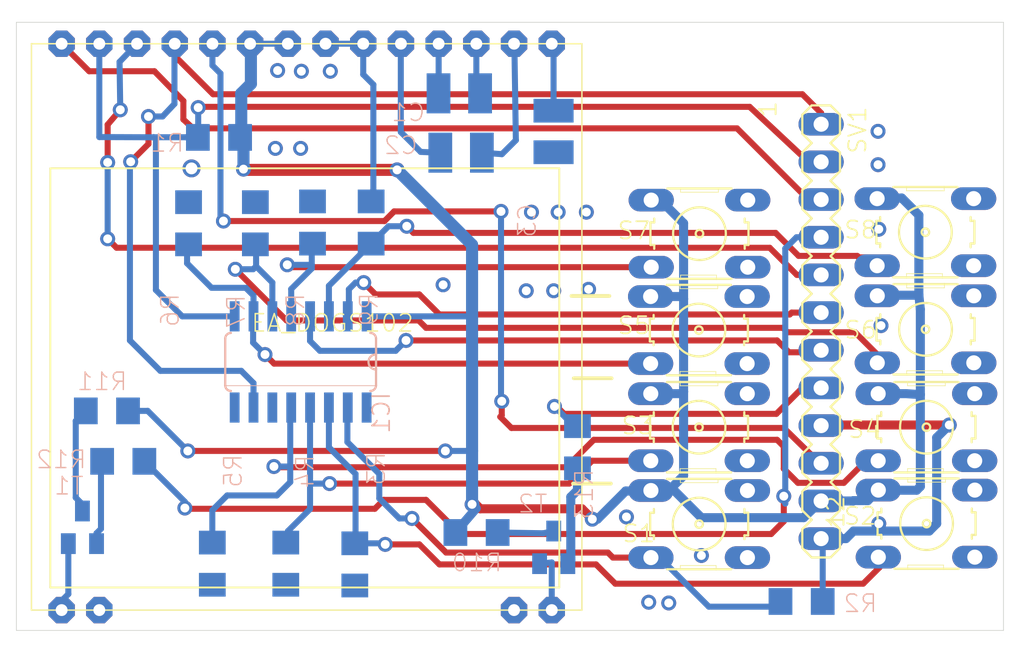
<source format=kicad_pcb>
(kicad_pcb (version 20221018) (generator pcbnew)
  (layers (0 "F.Cu" signal) (31 "B.Cu" signal) (34 "B.Paste" user) (35 "F.Paste" user) (36 "B.SilkS" user "B.Silkscreen") (37 "F.SilkS" user "F.Silkscreen") (38 "B.Mask" user) (39 "F.Mask" user) (44 "Edge.Cuts" user))
  (net 0 "")
  (net 1 "GND")
  (net 2 "N$2")
  (net 3 "N$3")
  (net 4 "N$4")
  (net 5 "N$5")
  (net 6 "N$6")
  (net 7 "+3V3")
  (net 8 "SCK")
  (net 9 "MOSI")
  (net 10 "MISO")
  (net 11 "N$1")
  (net 12 "N$7")
  (net 13 "N$8")
  (net 14 "N$9")
  (net 15 "N$10")
  (net 16 "N$11")
  (net 17 "N$12")
  (net 18 "N$13")
  (net 19 "N$14")
  (net 20 "N$16")
  (net 21 "N$17")
  (net 22 "N$18")
  (net 23 "N$19")
  (net 24 "N$21")
  (net 25 "N$22")
  (net 26 "N$23")
  (net 27 "N$24")
  (net 28 "N$25")
  (net 29 "N$26")
  (net 30 "RESET")
  (footprint "led-taster_4te_v0.01:B3F-10XX" (layer "F.Cu") (at 176.4911 98.6536)
    (fp_text reference "S8")
    (fp_text value "")
  )
  (footprint "led-taster_4te_v0.01:B3F-10XX" (layer "F.Cu") (at 161.2711 98.7536)
    (fp_text reference "S7")
    (fp_text value "")
  )
  (footprint "led-taster_4te_v0.01:B3F-10XX" (layer "F.Cu") (at 176.5011 105.2036)
    (fp_text reference "S6")
    (fp_text value "")
  )
  (footprint "led-taster_4te_v0.01:B3F-10XX" (layer "F.Cu") (at 176.5711 118.3036)
    (fp_text reference "S2")
    (fp_text value "")
  )
  (footprint "led-taster_4te_v0.01:B3F-10XX" (layer "F.Cu") (at 161.2311 105.2536)
    (fp_text reference "S5")
    (fp_text value "")
  )
  (footprint "led-taster_4te_v0.01:DOGS102" (layer "F.Cu") (at 116.2671 125.1496)
    (fp_text reference "EA_DOGS102")
    (fp_text value "" hide)
  )
  (footprint "led-taster_4te_v0.01:MA12-1" (layer "F.Cu") (at 169.4671 105.3456 -90)
    (fp_text reference "SV1")
    (fp_text value "")
  )
  (footprint "led-taster_4te_v0.01:B3F-10XX" (layer "F.Cu") (at 176.5611 111.8036)
    (fp_text reference "S4")
    (fp_text value "")
  )
  (footprint "led-taster_4te_v0.01:B3F-10XX" (layer "F.Cu") (at 161.2511 118.3336)
    (fp_text reference "S1")
    (fp_text value "")
  )
  (footprint "led-taster_4te_v0.01:B3F-10XX" (layer "F.Cu") (at 161.2411 111.8036)
    (fp_text reference "S3")
    (fp_text value "")
  )
  (footprint "led-taster_4te_v0.01:R1206" (layer "B.Cu") (at 122.4511 114.1036)
    (fp_text reference "R12")
    (fp_text value "1k")
  )
  (footprint "led-taster_4te_v0.01:SOT23" (layer "B.Cu") (at 151.4511 119.9036 180)
    (fp_text reference "T2")
    (fp_text value "BC847")
  )
  (footprint "led-taster_4te_v0.01:R1206" (layer "B.Cu") (at 135.2011 98.0036 90)
    (fp_text reference "R8")
    (fp_text value "10k")
  )
  (footprint "led-taster_4te_v0.01:C1210" (layer "B.Cu") (at 151.4411 91.8636 90)
    (fp_text reference "C3")
    (fp_text value "1µ")
  )
  (footprint "led-taster_4te_v0.01:SOT23" (layer "B.Cu") (at 119.7011 118.5536 180)
    (fp_text reference "T1")
    (fp_text value "BC847")
  )
  (footprint "led-taster_4te_v0.01:R1206" (layer "B.Cu") (at 168.1511 123.5536)
    (fp_text reference "R2")
    (fp_text value "10k")
  )
  (footprint "led-taster_4te_v0.01:C1210" (layer "B.Cu") (at 145.2111 93.2936 180)
    (fp_text reference "C2")
    (fp_text value "1µ")
  )
  (footprint "led-taster_4te_v0.01:R1206" (layer "B.Cu") (at 138.0511 121.0536 -90)
    (fp_text reference "R3")
    (fp_text value "10k")
  )
  (footprint "led-taster_4te_v0.01:SO16" (layer "B.Cu") (at 134.4011 107.4036 180)
    (fp_text reference "IC1")
    (fp_text value "74HC166D")
  )
  (footprint "led-taster_4te_v0.01:R1206" (layer "B.Cu") (at 121.3511 110.7036 180)
    (fp_text reference "R11")
    (fp_text value "")
  )
  (footprint "led-taster_4te_v0.01:C1210" (layer "B.Cu") (at 145.0911 89.2936)
    (fp_text reference "C1")
    (fp_text value "1µ")
  )
  (footprint "led-taster_4te_v0.01:R1206" (layer "B.Cu") (at 139.1511 98.0036 90)
    (fp_text reference "R9")
    (fp_text value "10k")
  )
  (footprint "led-taster_4te_v0.01:R1206" (layer "B.Cu") (at 133.4011 121.0036 -90)
    (fp_text reference "R4")
    (fp_text value "10k")
  )
  (footprint "led-taster_4te_v0.01:R1206" (layer "B.Cu") (at 128.4511 121.0036 -90)
    (fp_text reference "R5")
    (fp_text value "10k")
  )
  (footprint "led-taster_4te_v0.01:R1206" (layer "B.Cu") (at 146.2511 118.9036)
    (fp_text reference "R10")
    (fp_text value "")
  )
  (footprint "led-taster_4te_v0.01:R1206" (layer "B.Cu") (at 131.3511 98.0536 90)
    (fp_text reference "R7")
    (fp_text value "10k")
  )
  (footprint "led-taster_4te_v0.01:R1206" (layer "B.Cu") (at 153.0511 113.1536 90)
    (fp_text reference "R13")
    (fp_text value "1k")
  )
  (footprint "led-taster_4te_v0.01:R1206" (layer "B.Cu") (at 126.8511 98.0536 90)
    (fp_text reference "R6")
    (fp_text value "10k")
  )
  (footprint "led-taster_4te_v0.01:R1206" (layer "B.Cu") (at 128.9011 92.2636)
    (fp_text reference "R1")
    (fp_text value "10k")
  )
  (gr_line (start 152.6511 102.9536) (end 155.2011 102.9536) (stroke (width 0.254)) (layer "F.SilkS"))
  (gr_line (start 152.8011 108.5036) (end 155.3511 108.5036) (stroke (width 0.254)) (layer "F.SilkS"))
  (gr_line (start 152.7511 115.6036) (end 155.3011 115.6036) (stroke (width 0.254)) (layer "F.SilkS"))
  (gr_line (start 181.7511 84.5036) (end 115.2511 84.5036) (stroke (width 0.05)) (layer "Edge.Cuts"))
  (gr_line (start 181.7511 125.5036) (end 181.7511 84.5036) (stroke (width 0.05)) (layer "Edge.Cuts"))
  (gr_line (start 115.2511 84.5036) (end 115.2511 125.5036) (stroke (width 0.05)) (layer "Edge.Cuts"))
  (gr_line (start 115.2511 125.5036) (end 181.7511 125.5036) (stroke (width 0.05)) (layer "Edge.Cuts"))
  (segment (start 169.4671 111.6956) (end 169.5091 111.6536) (width 0.6096) (layer "F.Cu") (net 1))
  (segment (start 169.5091 111.6536) (end 178.1011 111.6536) (width 0.6096) (layer "F.Cu") (net 1))
  (via (at 156.3511 117.8536) (size 1.0064) (drill 0.6) (layers "F.Cu" "B.Cu") (net 1))
  (via (at 159.2011 123.6536) (size 1.0064) (drill 0.6) (layers "F.Cu" "B.Cu") (net 1))
  (via (at 144.0011 102.2036) (size 1.0064) (drill 0.6) (layers "F.Cu" "B.Cu") (net 1))
  (via (at 151.7511 97.3036) (size 1.0064) (drill 0.6) (layers "F.Cu" "B.Cu") (net 1))
  (via (at 134.4511 87.8036) (size 1.0064) (drill 0.6) (layers "F.Cu" "B.Cu") (net 1))
  (via (at 132.8511 87.7536) (size 1.0064) (drill 0.6) (layers "F.Cu" "B.Cu") (net 1))
  (via (at 151.4511 102.6036) (size 1.0064) (drill 0.6) (layers "F.Cu" "B.Cu") (net 1))
  (via (at 173.3511 118.3036) (size 1.0064) (drill 0.6) (layers "F.Cu" "B.Cu") (net 1))
  (via (at 178.1011 111.6536) (size 1.0064) (drill 0.6) (layers "F.Cu" "B.Cu") (net 1))
  (via (at 136.4011 87.8036) (size 1.0064) (drill 0.6) (layers "F.Cu" "B.Cu") (net 1))
  (via (at 127.0511 94.3536) (size 1.2064) (drill 0.8) (layers "F.Cu" "B.Cu") (net 1))
  (via (at 153.8011 102.5036) (size 1.0064) (drill 0.6) (layers "F.Cu" "B.Cu") (net 1))
  (via (at 132.7011 93.0036) (size 1.0064) (drill 0.6) (layers "F.Cu" "B.Cu") (net 1))
  (via (at 157.8511 123.6036) (size 1.0064) (drill 0.6) (layers "F.Cu" "B.Cu") (net 1))
  (via (at 173.3011 91.8536) (size 1.0064) (drill 0.6) (layers "F.Cu" "B.Cu") (net 1))
  (via (at 149.6011 102.6036) (size 1.0064) (drill 0.6) (layers "F.Cu" "B.Cu") (net 1))
  (via (at 173.3011 94.1036) (size 1.0064) (drill 0.6) (layers "F.Cu" "B.Cu") (net 1))
  (via (at 134.4011 93.0036) (size 1.0064) (drill 0.6) (layers "F.Cu" "B.Cu") (net 1))
  (via (at 173.5011 104.9536) (size 1.0064) (drill 0.6) (layers "F.Cu" "B.Cu") (net 1))
  (via (at 161.4011 120.4536) (size 1.0064) (drill 0.6) (layers "F.Cu" "B.Cu") (net 1))
  (via (at 173.3511 98.4536) (size 1.0064) (drill 0.6) (layers "F.Cu" "B.Cu") (net 1))
  (via (at 153.6511 97.3036) (size 1.0064) (drill 0.6) (layers "F.Cu" "B.Cu") (net 1))
  (via (at 149.9511 97.3036) (size 1.0064) (drill 0.6) (layers "F.Cu" "B.Cu") (net 1))
  (segment (start 169.5731 123.5536) (end 169.5731 119.4216) (width 0.4064) (layer "B.Cu") (net 1))
  (segment (start 171.1391 119.3156) (end 169.4671 119.3156) (width 0.6096) (layer "B.Cu") (net 1))
  (segment (start 138.6191 85.948) (end 136.0791 85.948) (width 0.4064) (layer "B.Cu") (net 1))
  (segment (start 139.3011 88.7036) (end 139.3011 95.8256) (width 0.4064) (layer "B.Cu") (net 1))
  (segment (start 176.7511 118.8036) (end 171.6511 118.8036) (width 0.6096) (layer "B.Cu") (net 1))
  (segment (start 178.1011 111.6536) (end 177.2511 112.5036) (width 0.6096) (layer "B.Cu") (net 1))
  (segment (start 169.5731 119.4216) (end 169.4671 119.3156) (width 0.4064) (layer "B.Cu") (net 1))
  (segment (start 138.6191 85.948) (end 138.6191 88.0216) (width 0.4064) (layer "B.Cu") (net 1))
  (segment (start 177.2511 112.5036) (end 177.2511 118.3036) (width 0.6096) (layer "B.Cu") (net 1))
  (segment (start 138.6191 88.0216) (end 139.3011 88.7036) (width 0.4064) (layer "B.Cu") (net 1))
  (segment (start 177.2511 118.3036) (end 176.7511 118.8036) (width 0.6096) (layer "B.Cu") (net 1))
  (segment (start 171.6511 118.8036) (end 171.1391 119.3156) (width 0.6096) (layer "B.Cu") (net 1))
  (segment (start 139.3011 95.8256) (end 139.2731 95.8536) (width 0.4064) (layer "B.Cu") (net 1))
  (segment (start 142.4911 93.2436) (end 141.1511 91.9036) (width 0.4064) (layer "B.Cu") (net 2))
  (segment (start 141.1511 85.956) (end 141.1591 85.948) (width 0.4064) (layer "B.Cu") (net 2))
  (segment (start 141.1511 91.9036) (end 141.1511 85.956) (width 0.4064) (layer "B.Cu") (net 2))
  (segment (start 143.8111 93.2936) (end 142.4911 93.2436) (width 0.4064) (layer "B.Cu") (net 2))
  (segment (start 146.6111 93.2936) (end 147.9611 93.3936) (width 0.4064) (layer "B.Cu") (net 3))
  (segment (start 148.9011 92.4536) (end 148.8011 85.97) (width 0.4064) (layer "B.Cu") (net 3))
  (segment (start 148.8011 85.97) (end 148.7791 85.948) (width 0.4064) (layer "B.Cu") (net 3))
  (segment (start 147.9611 93.3936) (end 148.9011 92.4536) (width 0.4064) (layer "B.Cu") (net 3))
  (segment (start 146.2391 89.8436) (end 146.2391 85.948) (width 0.4064) (layer "B.Cu") (net 4))
  (segment (start 146.4911 89.2936) (end 146.2391 89.8436) (width 0.4064) (layer "B.Cu") (net 4))
  (segment (start 143.6991 89.8436) (end 143.6991 85.948) (width 0.4064) (layer "B.Cu") (net 5))
  (segment (start 143.6911 89.2936) (end 143.6991 89.8436) (width 0.4064) (layer "B.Cu") (net 5))
  (segment (start 151.4411 86.07) (end 151.3191 85.948) (width 0.4064) (layer "B.Cu") (net 6))
  (segment (start 151.4411 90.4636) (end 151.4411 86.07) (width 0.4064) (layer "B.Cu") (net 6))
  (segment (start 146.5011 117.3036) (end 153.3511 117.3036) (width 0.6096) (layer "F.Cu") (net 7))
  (segment (start 153.3511 117.3036) (end 154.0511 118.0036) (width 0.6096) (layer "F.Cu") (net 7))
  (segment (start 130.6011 94.4536) (end 130.5511 94.4036) (width 0.8128) (layer "F.Cu") (net 7))
  (segment (start 145.9511 117.0036) (end 146.1511 116.9536) (width 0.6096) (layer "F.Cu") (net 7))
  (segment (start 146.1511 116.9536) (end 146.5011 117.3036) (width 0.6096) (layer "F.Cu") (net 7))
  (segment (start 126.8011 113.4036) (end 144.1511 113.4036) (width 0.4064) (layer "F.Cu") (net 7))
  (segment (start 140.9011 94.4536) (end 130.6011 94.4536) (width 0.8128) (layer "F.Cu") (net 7))
  (via (at 154.0511 118.0036) (size 1.0064) (drill 0.6) (layers "F.Cu" "B.Cu") (net 7))
  (via (at 130.5511 94.4036) (size 1.0064) (drill 0.6) (layers "F.Cu" "B.Cu") (net 7))
  (via (at 145.9511 117.0036) (size 1.0064) (drill 0.6) (layers "F.Cu" "B.Cu") (net 7))
  (via (at 144.1511 113.4036) (size 1.0064) (drill 0.6) (layers "F.Cu" "B.Cu") (net 7))
  (via (at 140.9011 94.4536) (size 1.0064) (drill 0.6) (layers "F.Cu" "B.Cu") (net 7))
  (via (at 126.8011 113.4036) (size 1.0064) (drill 0.6) (layers "F.Cu" "B.Cu") (net 7))
  (segment (start 171.6511 116.7536) (end 171.6291 116.7756) (width 0.6096) (layer "B.Cu") (net 7))
  (segment (start 144.1511 113.4036) (end 145.9511 113.4036) (width 0.4064) (layer "B.Cu") (net 7))
  (segment (start 154.4011 118.0036) (end 156.3011 116.1036) (width 0.6096) (layer "B.Cu") (net 7))
  (segment (start 130.4011 89.3036) (end 131.0511 88.6536) (width 0.8128) (layer "B.Cu") (net 7))
  (segment (start 173.3199 116.043) (end 172.6093 116.7536) (width 0.6096) (layer "B.Cu") (net 7))
  (segment (start 131.0511 86) (end 130.9991 85.948) (width 0.8128) (layer "B.Cu") (net 7))
  (segment (start 158.0199 96.493) (end 158.6405 96.493) (width 0.6096) (layer "B.Cu") (net 7))
  (segment (start 138.8461 104.3302) (end 145.8277 104.3302) (width 0.4064) (layer "B.Cu") (net 7))
  (segment (start 176.0511 97.5036) (end 176.0511 102.9036) (width 0.6096) (layer "B.Cu") (net 7))
  (segment (start 124.1011 110.7036) (end 126.8011 113.4036) (width 0.4064) (layer "B.Cu") (net 7))
  (segment (start 145.9511 113.4036) (end 145.9511 104.4536) (width 0.8128) (layer "B.Cu") (net 7))
  (segment (start 160.0405 102.993) (end 160.2011 103.1536) (width 0.6096) (layer "B.Cu") (net 7))
  (segment (start 159.2011 116.073) (end 157.9999 116.073) (width 0.6096) (layer "B.Cu") (net 7))
  (segment (start 173.3305 116.0536) (end 175.9011 116.0536) (width 0.6096) (layer "B.Cu") (net 7))
  (segment (start 160.2011 109.4036) (end 160.2011 115.073) (width 0.6096) (layer "B.Cu") (net 7))
  (segment (start 130.5511 94.4036) (end 130.5511 92.4916) (width 0.8128) (layer "B.Cu") (net 7))
  (segment (start 146.2291 117.2756) (end 144.8291 118.9036) (width 0.6096) (layer "B.Cu") (net 7))
  (segment (start 160.2011 98.0536) (end 160.2011 103.1536) (width 0.6096) (layer "B.Cu") (net 7))
  (segment (start 145.9511 117.0036) (end 146.2291 117.2756) (width 0.6096) (layer "B.Cu") (net 7))
  (segment (start 156.3011 116.1036) (end 157.9693 116.1036) (width 0.6096) (layer "B.Cu") (net 7))
  (segment (start 160.2011 115.073) (end 159.2011 116.073) (width 0.6096) (layer "B.Cu") (net 7))
  (segment (start 175.1905 109.543) (end 173.3099 109.543) (width 0.6096) (layer "B.Cu") (net 7))
  (segment (start 159.5705 116.073) (end 159.2011 116.073) (width 0.6096) (layer "B.Cu") (net 7))
  (segment (start 122.7731 110.7036) (end 124.1011 110.7036) (width 0.4064) (layer "B.Cu") (net 7))
  (segment (start 154.0511 118.0036) (end 154.4011 118.0036) (width 0.6096) (layer "B.Cu") (net 7))
  (segment (start 173.2499 102.943) (end 173.2893 102.9036) (width 0.6096) (layer "B.Cu") (net 7))
  (segment (start 173.2399 96.393) (end 173.2793 96.3536) (width 0.6096) (layer "B.Cu") (net 7))
  (segment (start 174.9011 96.3536) (end 176.0511 97.5036) (width 0.6096) (layer "B.Cu") (net 7))
  (segment (start 176.1511 115.8036) (end 176.1511 109.6036) (width 0.6096) (layer "B.Cu") (net 7))
  (segment (start 176.1511 103.8536) (end 176.1511 109.6036) (width 0.6096) (layer "B.Cu") (net 7))
  (segment (start 157.9693 116.1036) (end 157.9999 116.073) (width 0.6096) (layer "B.Cu") (net 7))
  (segment (start 172.6093 116.7536) (end 171.6511 116.7536) (width 0.6096) (layer "B.Cu") (net 7))
  (segment (start 176.1511 109.6036) (end 175.1905 109.543) (width 0.6096) (layer "B.Cu") (net 7))
  (segment (start 133.5391 85.948) (end 130.9991 85.948) (width 0.4064) (layer "B.Cu") (net 7))
  (segment (start 130.4011 91.6416) (end 130.3231 92.2636) (width 0.4064) (layer "B.Cu") (net 7))
  (segment (start 157.9799 102.993) (end 160.0405 102.993) (width 0.6096) (layer "B.Cu") (net 7))
  (segment (start 175.9011 116.0536) (end 176.1511 115.8036) (width 0.6096) (layer "B.Cu") (net 7))
  (segment (start 160.2011 103.1536) (end 160.2011 109.4036) (width 0.6096) (layer "B.Cu") (net 7))
  (segment (start 161.4011 117.9036) (end 159.5705 116.073) (width 0.6096) (layer "B.Cu") (net 7))
  (segment (start 173.2793 96.3536) (end 174.9011 96.3536) (width 0.6096) (layer "B.Cu") (net 7))
  (segment (start 145.9511 117.0036) (end 145.9511 113.4036) (width 0.8128) (layer "B.Cu") (net 7))
  (segment (start 169.4671 116.7756) (end 168.2891 117.9036) (width 0.6096) (layer "B.Cu") (net 7))
  (segment (start 158.6405 96.493) (end 160.2011 98.0536) (width 0.6096) (layer "B.Cu") (net 7))
  (segment (start 160.0617 109.543) (end 160.2011 109.4036) (width 0.6096) (layer "B.Cu") (net 7))
  (segment (start 176.0511 102.9036) (end 176.1511 103.8536) (width 0.6096) (layer "B.Cu") (net 7))
  (segment (start 171.6291 116.7756) (end 169.4671 116.7756) (width 0.6096) (layer "B.Cu") (net 7))
  (segment (start 173.2893 102.9036) (end 176.0511 102.9036) (width 0.6096) (layer "B.Cu") (net 7))
  (segment (start 145.9511 104.4536) (end 145.9511 99.5036) (width 0.8128) (layer "B.Cu") (net 7))
  (segment (start 173.3199 116.043) (end 173.3305 116.0536) (width 0.6096) (layer "B.Cu") (net 7))
  (segment (start 145.9511 99.5036) (end 140.9011 94.4536) (width 0.8128) (layer "B.Cu") (net 7))
  (segment (start 130.4011 91.6416) (end 130.4011 89.3036) (width 0.8128) (layer "B.Cu") (net 7))
  (segment (start 157.9899 109.543) (end 160.0617 109.543) (width 0.6096) (layer "B.Cu") (net 7))
  (segment (start 145.8277 104.3302) (end 145.9511 104.4536) (width 0.4064) (layer "B.Cu") (net 7))
  (segment (start 131.0511 88.6536) (end 131.0511 86) (width 0.8128) (layer "B.Cu") (net 7))
  (segment (start 130.5511 92.4916) (end 130.3231 92.2636) (width 0.8128) (layer "B.Cu") (net 7))
  (segment (start 168.2891 117.9036) (end 161.4011 117.9036) (width 0.6096) (layer "B.Cu") (net 7))
  (segment (start 169.4671 91.3756) (end 169.4671 90.6196) (width 0.4064) (layer "F.Cu") (net 8))
  (segment (start 122.9511 93.9036) (end 124.1511 92.7036) (width 0.4064) (layer "F.Cu") (net 8))
  (segment (start 125.9011 86.7536) (end 125.9011 85.966) (width 0.4064) (layer "F.Cu") (net 8))
  (segment (start 125.9011 85.966) (end 125.9191 85.948) (width 0.4064) (layer "F.Cu") (net 8))
  (segment (start 168.2011 89.3536) (end 128.5011 89.3536) (width 0.4064) (layer "F.Cu") (net 8))
  (segment (start 128.5011 89.3536) (end 125.9011 86.7536) (width 0.4064) (layer "F.Cu") (net 8))
  (segment (start 169.4671 90.6196) (end 168.2011 89.3536) (width 0.4064) (layer "F.Cu") (net 8))
  (segment (start 124.1511 92.7036) (end 124.1511 90.8536) (width 0.4064) (layer "F.Cu") (net 8))
  (via (at 124.1511 90.8536) (size 1.0064) (drill 0.6) (layers "F.Cu" "B.Cu") (net 8))
  (via (at 122.9511 93.9036) (size 1.0064) (drill 0.6) (layers "F.Cu" "B.Cu") (net 8))
  (segment (start 125.9011 90.0036) (end 125.9011 85.966) (width 0.4064) (layer "B.Cu") (net 8))
  (segment (start 124.9511 108.0036) (end 122.9011 105.9536) (width 0.4064) (layer "B.Cu") (net 8))
  (segment (start 122.9011 105.9536) (end 122.9011 93.9536) (width 0.4064) (layer "B.Cu") (net 8))
  (segment (start 124.1511 90.8536) (end 125.1011 90.8536) (width 0.4064) (layer "B.Cu") (net 8))
  (segment (start 125.9011 85.966) (end 125.9191 85.948) (width 0.4064) (layer "B.Cu") (net 8))
  (segment (start 131.2261 110.477) (end 131.2261 108.8286) (width 0.4064) (layer "B.Cu") (net 8))
  (segment (start 125.1011 90.8536) (end 125.9011 90.0036) (width 0.4064) (layer "B.Cu") (net 8))
  (segment (start 122.9011 93.9536) (end 122.9511 93.9036) (width 0.4064) (layer "B.Cu") (net 8))
  (segment (start 130.4011 108.0036) (end 124.9511 108.0036) (width 0.4064) (layer "B.Cu") (net 8))
  (segment (start 131.2261 108.8286) (end 130.4011 108.0036) (width 0.4064) (layer "B.Cu") (net 8))
  (segment (start 140.0511 97.9036) (end 140.7011 97.2536) (width 0.4064) (layer "F.Cu") (net 9))
  (segment (start 169.3831 114.2356) (end 166.9511 111.8536) (width 0.4064) (layer "F.Cu") (net 9))
  (segment (start 148.6011 111.8536) (end 147.8511 111.1036) (width 0.4064) (layer "F.Cu") (net 9))
  (segment (start 140.7011 97.2536) (end 147.9011 97.2536) (width 0.4064) (layer "F.Cu") (net 9))
  (segment (start 147.9511 111.0036) (end 147.8511 111.1036) (width 0.4064) (layer "F.Cu") (net 9))
  (segment (start 129.2011 97.9036) (end 140.0511 97.9036) (width 0.4064) (layer "F.Cu") (net 9))
  (segment (start 166.9511 111.8536) (end 148.6011 111.8536) (width 0.4064) (layer "F.Cu") (net 9))
  (segment (start 147.9511 110.0536) (end 147.9511 111.0036) (width 0.4064) (layer "F.Cu") (net 9))
  (segment (start 169.4671 114.2356) (end 169.3831 114.2356) (width 0.4064) (layer "F.Cu") (net 9))
  (via (at 129.2011 97.9036) (size 1.0064) (drill 0.6) (layers "F.Cu" "B.Cu") (net 9))
  (via (at 147.9511 110.0536) (size 1.0064) (drill 0.6) (layers "F.Cu" "B.Cu") (net 9))
  (via (at 147.9011 97.2536) (size 1.0064) (drill 0.6) (layers "F.Cu" "B.Cu") (net 9))
  (segment (start 129.0011 87.9536) (end 129.0011 97.7036) (width 0.4064) (layer "B.Cu") (net 9))
  (segment (start 147.9011 110.0036) (end 147.9511 110.0536) (width 0.4064) (layer "B.Cu") (net 9))
  (segment (start 147.9011 97.2536) (end 147.9011 110.0036) (width 0.4064) (layer "B.Cu") (net 9))
  (segment (start 128.4591 85.948) (end 128.4591 87.4116) (width 0.4064) (layer "B.Cu") (net 9))
  (segment (start 128.4591 87.4116) (end 129.0011 87.9536) (width 0.4064) (layer "B.Cu") (net 9))
  (segment (start 129.0011 97.7036) (end 129.2011 97.9036) (width 0.4064) (layer "B.Cu") (net 9))
  (segment (start 169.3291 106.7536) (end 169.4671 106.6156) (width 0.4064) (layer "F.Cu") (net 10))
  (segment (start 141.5011 105.9536) (end 166.5011 105.9536) (width 0.4064) (layer "F.Cu") (net 10))
  (segment (start 167.3011 106.7536) (end 169.3291 106.7536) (width 0.4064) (layer "F.Cu") (net 10))
  (segment (start 166.5011 105.9536) (end 167.3011 106.7536) (width 0.4064) (layer "F.Cu") (net 10))
  (via (at 141.5011 105.9536) (size 1.0064) (drill 0.6) (layers "F.Cu" "B.Cu") (net 10))
  (segment (start 135.7011 106.6536) (end 140.8011 106.6536) (width 0.4064) (layer "B.Cu") (net 10))
  (segment (start 140.8011 106.6536) (end 141.5011 105.9536) (width 0.4064) (layer "B.Cu") (net 10))
  (segment (start 135.0361 105.9886) (end 135.7011 106.6536) (width 0.4064) (layer "B.Cu") (net 10))
  (segment (start 135.0361 104.3302) (end 135.0361 105.9886) (width 0.4064) (layer "B.Cu") (net 10))
  (segment (start 155.4417 120.5942) (end 155.1011 120.2536) (width 0.4064) (layer "F.Cu") (net 11))
  (segment (start 155.1011 120.2536) (end 144.2011 120.2536) (width 0.4064) (layer "F.Cu") (net 11))
  (segment (start 144.2011 120.2536) (end 141.9011 117.9536) (width 0.4064) (layer "F.Cu") (net 11))
  (segment (start 157.9999 120.5942) (end 155.4417 120.5942) (width 0.4064) (layer "F.Cu") (net 11))
  (via (at 141.9011 117.9536) (size 1.0064) (drill 0.6) (layers "F.Cu" "B.Cu") (net 11))
  (segment (start 141.9011 117.9536) (end 141.0511 117.9536) (width 0.4064) (layer "B.Cu") (net 11))
  (segment (start 157.9999 120.5942) (end 158.5917 120.5942) (width 0.4064) (layer "B.Cu") (net 11))
  (segment (start 137.5511 110.502) (end 137.5761 110.477) (width 0.4064) (layer "B.Cu") (net 11))
  (segment (start 139.7011 114.9536) (end 137.5511 112.8036) (width 0.4064) (layer "B.Cu") (net 11))
  (segment (start 166.6791 123.9036) (end 166.7291 123.5536) (width 0.4064) (layer "B.Cu") (net 11))
  (segment (start 139.7011 116.6036) (end 139.7011 114.9536) (width 0.4064) (layer "B.Cu") (net 11))
  (segment (start 161.9011 123.9036) (end 166.6791 123.9036) (width 0.4064) (layer "B.Cu") (net 11))
  (segment (start 158.5917 120.5942) (end 161.9011 123.9036) (width 0.4064) (layer "B.Cu") (net 11))
  (segment (start 137.5511 112.8036) (end 137.5511 110.502) (width 0.4064) (layer "B.Cu") (net 11))
  (segment (start 141.0511 117.9536) (end 139.7011 116.6036) (width 0.4064) (layer "B.Cu") (net 11))
  (segment (start 142.4011 119.7036) (end 143.7511 121.0536) (width 0.4064) (layer "F.Cu") (net 12))
  (segment (start 155.6011 122.3536) (end 172.3011 122.3536) (width 0.4064) (layer "F.Cu") (net 12))
  (segment (start 140.1011 119.7036) (end 142.4011 119.7036) (width 0.4064) (layer "F.Cu") (net 12))
  (segment (start 154.3011 121.0536) (end 155.6011 122.3536) (width 0.4064) (layer "F.Cu") (net 12))
  (segment (start 143.7511 121.0536) (end 154.3011 121.0536) (width 0.4064) (layer "F.Cu") (net 12))
  (segment (start 173.4011 121.2536) (end 173.4011 120.6454) (width 0.4064) (layer "F.Cu") (net 12))
  (segment (start 172.3011 122.3536) (end 173.4011 121.2536) (width 0.4064) (layer "F.Cu") (net 12))
  (segment (start 173.4011 120.6454) (end 173.3199 120.5642) (width 0.4064) (layer "F.Cu") (net 12))
  (via (at 140.1011 119.7036) (size 1.0064) (drill 0.6) (layers "F.Cu" "B.Cu") (net 12))
  (segment (start 140.0291 119.6316) (end 140.1011 119.7036) (width 0.4064) (layer "B.Cu") (net 12))
  (segment (start 136.3061 110.477) (end 136.3061 113.1586) (width 0.4064) (layer "B.Cu") (net 12))
  (segment (start 138.1011 119.5816) (end 138.0511 119.6316) (width 0.4064) (layer "B.Cu") (net 12))
  (segment (start 138.0511 119.6316) (end 140.0291 119.6316) (width 0.4064) (layer "B.Cu") (net 12))
  (segment (start 136.3061 113.1586) (end 138.1011 114.9536) (width 0.4064) (layer "B.Cu") (net 12))
  (segment (start 138.1011 114.9536) (end 138.1011 119.5816) (width 0.4064) (layer "B.Cu") (net 12))
  (segment (start 157.9899 114.0642) (end 154.0405 114.0642) (width 0.4064) (layer "F.Cu") (net 13))
  (segment (start 152.5011 115.6036) (end 136.3511 115.6036) (width 0.4064) (layer "F.Cu") (net 13))
  (segment (start 154.0405 114.0642) (end 152.5011 115.6036) (width 0.4064) (layer "F.Cu") (net 13))
  (via (at 136.3511 115.6036) (size 1.0064) (drill 0.6) (layers "F.Cu" "B.Cu") (net 13))
  (segment (start 135.0361 110.477) (end 135.0361 115.6036) (width 0.4064) (layer "B.Cu") (net 13))
  (segment (start 135.0361 117.3186) (end 133.5511 118.8036) (width 0.4064) (layer "B.Cu") (net 13))
  (segment (start 136.3511 115.6036) (end 135.0361 115.6036) (width 0.4064) (layer "B.Cu") (net 13))
  (segment (start 133.5511 118.8036) (end 133.5511 119.4316) (width 0.4064) (layer "B.Cu") (net 13))
  (segment (start 135.0361 115.6036) (end 135.0361 117.3186) (width 0.4064) (layer "B.Cu") (net 13))
  (segment (start 133.5511 119.4316) (end 133.4011 119.5816) (width 0.4064) (layer "B.Cu") (net 13))
  (segment (start 166.9511 113.1036) (end 166.5011 112.6536) (width 0.4064) (layer "F.Cu") (net 14))
  (segment (start 173.3099 114.0642) (end 172.4905 114.0642) (width 0.4064) (layer "F.Cu") (net 14))
  (segment (start 166.9511 114.6036) (end 166.9511 113.1036) (width 0.4064) (layer "F.Cu") (net 14))
  (segment (start 154.1511 112.6536) (end 152.3011 114.5036) (width 0.4064) (layer "F.Cu") (net 14))
  (segment (start 166.5011 112.6536) (end 154.1511 112.6536) (width 0.4064) (layer "F.Cu") (net 14))
  (segment (start 167.9011 115.5536) (end 166.9511 114.6036) (width 0.4064) (layer "F.Cu") (net 14))
  (segment (start 171.0011 115.5536) (end 167.9011 115.5536) (width 0.4064) (layer "F.Cu") (net 14))
  (segment (start 132.6511 114.5036) (end 132.6011 114.4536) (width 0.4064) (layer "F.Cu") (net 14))
  (segment (start 172.4905 114.0642) (end 171.0011 115.5536) (width 0.4064) (layer "F.Cu") (net 14))
  (segment (start 152.3011 114.5036) (end 132.6511 114.5036) (width 0.4064) (layer "F.Cu") (net 14))
  (via (at 132.6011 114.4536) (size 1.0064) (drill 0.6) (layers "F.Cu" "B.Cu") (net 14))
  (segment (start 128.4511 119.5816) (end 128.4511 117.4036) (width 0.4064) (layer "B.Cu") (net 14))
  (segment (start 129.4511 116.4036) (end 132.8011 116.4036) (width 0.4064) (layer "B.Cu") (net 14))
  (segment (start 133.7011 110.542) (end 133.7661 110.477) (width 0.4064) (layer "B.Cu") (net 14))
  (segment (start 133.7011 115.5036) (end 133.7011 114.4536) (width 0.4064) (layer "B.Cu") (net 14))
  (segment (start 133.7011 114.4536) (end 133.7011 110.542) (width 0.4064) (layer "B.Cu") (net 14))
  (segment (start 132.6011 114.4536) (end 133.7011 114.4536) (width 0.4064) (layer "B.Cu") (net 14))
  (segment (start 128.4511 117.4036) (end 129.4511 116.4036) (width 0.4064) (layer "B.Cu") (net 14))
  (segment (start 132.8011 116.4036) (end 133.7011 115.5036) (width 0.4064) (layer "B.Cu") (net 14))
  (segment (start 157.9799 107.5142) (end 132.6117 107.5142) (width 0.4064) (layer "F.Cu") (net 15))
  (segment (start 132.6117 107.5142) (end 132.0011 106.9036) (width 0.4064) (layer "F.Cu") (net 15))
  (via (at 132.0011 106.9036) (size 1.0064) (drill 0.6) (layers "F.Cu" "B.Cu") (net 15))
  (segment (start 131.2261 102.9286) (end 130.7011 102.4036) (width 0.4064) (layer "B.Cu") (net 15))
  (segment (start 126.7511 100.7536) (end 126.7511 99.5756) (width 0.4064) (layer "B.Cu") (net 15))
  (segment (start 131.2011 106.1036) (end 131.2011 104.3552) (width 0.4064) (layer "B.Cu") (net 15))
  (segment (start 131.2261 104.3302) (end 131.2261 102.9286) (width 0.4064) (layer "B.Cu") (net 15))
  (segment (start 128.4011 102.4036) (end 126.7511 100.7536) (width 0.4064) (layer "B.Cu") (net 15))
  (segment (start 131.2011 104.3552) (end 131.2261 104.3302) (width 0.4064) (layer "B.Cu") (net 15))
  (segment (start 132.0011 106.9036) (end 131.2011 106.1036) (width 0.4064) (layer "B.Cu") (net 15))
  (segment (start 126.7511 99.5756) (end 126.8511 99.4756) (width 0.4064) (layer "B.Cu") (net 15))
  (segment (start 130.7011 102.4036) (end 128.4011 102.4036) (width 0.4064) (layer "B.Cu") (net 15))
  (segment (start 172.0011 100.3536) (end 171.9011 100.2536) (width 0.4064) (layer "F.Cu") (net 16))
  (segment (start 173.1117 100.9142) (end 172.5511 100.3536) (width 0.4064) (layer "F.Cu") (net 16))
  (segment (start 172.5511 100.3536) (end 172.0011 100.3536) (width 0.4064) (layer "F.Cu") (net 16))
  (segment (start 171.9011 100.2536) (end 167.9511 100.2536) (width 0.4064) (layer "F.Cu") (net 16))
  (segment (start 173.2399 100.9142) (end 173.1117 100.9142) (width 0.4064) (layer "F.Cu") (net 16))
  (segment (start 167.9511 100.2536) (end 166.4011 98.7036) (width 0.4064) (layer "F.Cu") (net 16))
  (segment (start 142.0011 98.7036) (end 141.5511 98.2536) (width 0.4064) (layer "F.Cu") (net 16))
  (segment (start 166.4011 98.7036) (end 142.0011 98.7036) (width 0.4064) (layer "F.Cu") (net 16))
  (via (at 141.5511 98.2536) (size 1.0064) (drill 0.6) (layers "F.Cu" "B.Cu") (net 16))
  (segment (start 140.3231 98.2536) (end 139.1511 99.4256) (width 0.4064) (layer "B.Cu") (net 16))
  (segment (start 141.5511 98.2536) (end 140.3231 98.2536) (width 0.4064) (layer "B.Cu") (net 16))
  (segment (start 136.3061 102.2706) (end 139.1511 99.4256) (width 0.4064) (layer "B.Cu") (net 16))
  (segment (start 136.3061 104.3302) (end 136.3061 102.2706) (width 0.4064) (layer "B.Cu") (net 16))
  (segment (start 158.0199 101.0142) (end 133.6617 101.0142) (width 0.4064) (layer "F.Cu") (net 17))
  (segment (start 133.6617 101.0142) (end 133.5011 100.8536) (width 0.4064) (layer "F.Cu") (net 17))
  (via (at 133.5011 100.8536) (size 1.0064) (drill 0.6) (layers "F.Cu" "B.Cu") (net 17))
  (segment (start 133.7661 104.3302) (end 133.7661 102.4886) (width 0.4064) (layer "B.Cu") (net 17))
  (segment (start 133.5011 100.8536) (end 135.1511 100.8536) (width 0.4064) (layer "B.Cu") (net 17))
  (segment (start 135.1511 101.1036) (end 135.1511 100.8536) (width 0.4064) (layer "B.Cu") (net 17))
  (segment (start 133.7661 102.4886) (end 135.1511 101.1036) (width 0.4064) (layer "B.Cu") (net 17))
  (segment (start 135.1511 100.8536) (end 135.1511 99.4756) (width 0.4064) (layer "B.Cu") (net 17))
  (segment (start 135.1511 99.4756) (end 135.2011 99.4256) (width 0.4064) (layer "B.Cu") (net 17))
  (segment (start 173.2499 107.4642) (end 173.2499 106.9024) (width 0.4064) (layer "F.Cu") (net 18))
  (segment (start 133.4511 104.6036) (end 130.0011 101.1536) (width 0.4064) (layer "F.Cu") (net 18))
  (segment (start 167.2011 105.4036) (end 166.9011 105.1036) (width 0.4064) (layer "F.Cu") (net 18))
  (segment (start 171.7511 105.4036) (end 167.2011 105.4036) (width 0.4064) (layer "F.Cu") (net 18))
  (segment (start 142.8511 105.1036) (end 142.3511 104.6036) (width 0.4064) (layer "F.Cu") (net 18))
  (segment (start 142.3511 104.6036) (end 133.4511 104.6036) (width 0.4064) (layer "F.Cu") (net 18))
  (segment (start 173.2499 106.9024) (end 171.7511 105.4036) (width 0.4064) (layer "F.Cu") (net 18))
  (segment (start 166.9011 105.1036) (end 142.8511 105.1036) (width 0.4064) (layer "F.Cu") (net 18))
  (via (at 130.0011 101.1536) (size 1.0064) (drill 0.6) (layers "F.Cu" "B.Cu") (net 18))
  (segment (start 131.4011 99.5256) (end 131.3511 99.4756) (width 0.4064) (layer "B.Cu") (net 18))
  (segment (start 131.4011 100.9536) (end 131.4011 99.5256) (width 0.4064) (layer "B.Cu") (net 18))
  (segment (start 131.2011 101.1536) (end 131.4011 100.9536) (width 0.4064) (layer "B.Cu") (net 18))
  (segment (start 132.4961 104.3302) (end 132.4961 102.0486) (width 0.4064) (layer "B.Cu") (net 18))
  (segment (start 132.4961 102.0486) (end 131.4011 100.9536) (width 0.4064) (layer "B.Cu") (net 18))
  (segment (start 130.0011 101.1536) (end 131.2011 101.1536) (width 0.4064) (layer "B.Cu") (net 18))
  (segment (start 127.1511 91.6536) (end 126.5011 91.0536) (width 0.4064) (layer "F.Cu") (net 19))
  (segment (start 120.1547 87.8036) (end 118.2991 85.948) (width 0.4064) (layer "F.Cu") (net 19))
  (segment (start 124.5511 87.8036) (end 120.1547 87.8036) (width 0.4064) (layer "F.Cu") (net 19))
  (segment (start 163.8011 91.6536) (end 127.1511 91.6536) (width 0.4064) (layer "F.Cu") (net 19))
  (segment (start 126.5011 91.0536) (end 126.5011 89.8036) (width 0.4064) (layer "F.Cu") (net 19))
  (segment (start 126.5011 89.8036) (end 124.5511 87.8036) (width 0.4064) (layer "F.Cu") (net 19))
  (segment (start 169.4671 96.4556) (end 168.6031 96.4556) (width 0.4064) (layer "F.Cu") (net 19))
  (segment (start 168.6031 96.4556) (end 163.8011 91.6536) (width 0.4064) (layer "F.Cu") (net 19))
  (segment (start 118.4011 123.4036) (end 118.4011 124.0316) (width 0.4064) (layer "B.Cu") (net 20))
  (segment (start 118.4011 124.0316) (end 118.2991 124.1336) (width 0.4064) (layer "B.Cu") (net 20))
  (segment (start 118.7511 119.6536) (end 118.7511 123.0536) (width 0.4064) (layer "B.Cu") (net 20))
  (segment (start 118.7511 123.0536) (end 118.4011 123.4036) (width 0.4064) (layer "B.Cu") (net 20))
  (segment (start 151.3191 120.9216) (end 151.3191 124.1336) (width 0.4064) (layer "B.Cu") (net 21))
  (segment (start 150.5011 121.0036) (end 151.3191 120.9216) (width 0.4064) (layer "B.Cu") (net 21))
  (segment (start 151.4511 118.8036) (end 150.7511 118.9536) (width 0.4064) (layer "B.Cu") (net 22))
  (segment (start 150.7511 118.9536) (end 147.6731 118.9036) (width 0.4064) (layer "B.Cu") (net 22))
  (segment (start 119.7011 117.4536) (end 119.7011 117.0036) (width 0.4064) (layer "B.Cu") (net 23))
  (segment (start 119.2511 111.3816) (end 119.9291 110.7036) (width 0.4064) (layer "B.Cu") (net 23))
  (segment (start 119.7011 117.0036) (end 119.2511 116.5536) (width 0.4064) (layer "B.Cu") (net 23))
  (segment (start 119.2511 116.5536) (end 119.2511 111.3816) (width 0.4064) (layer "B.Cu") (net 23))
  (segment (start 153.0511 116.0536) (end 152.6011 116.5036) (width 0.6096) (layer "B.Cu") (net 24))
  (segment (start 153.0511 114.5756) (end 153.0511 116.0536) (width 0.6096) (layer "B.Cu") (net 24))
  (segment (start 152.6011 120.8036) (end 152.4011 121.0036) (width 0.6096) (layer "B.Cu") (net 24))
  (segment (start 152.6011 116.5036) (end 152.6011 120.8036) (width 0.6096) (layer "B.Cu") (net 24))
  (segment (start 120.6511 119.6536) (end 120.6511 118.9536) (width 0.4064) (layer "B.Cu") (net 25))
  (segment (start 120.9511 114.1816) (end 121.0291 114.1036) (width 0.4064) (layer "B.Cu") (net 25))
  (segment (start 120.9511 118.6536) (end 120.9511 114.1816) (width 0.4064) (layer "B.Cu") (net 25))
  (segment (start 120.6511 118.9536) (end 120.9511 118.6536) (width 0.4064) (layer "B.Cu") (net 25))
  (segment (start 139.4011 117.3036) (end 126.6511 117.3036) (width 0.4064) (layer "F.Cu") (net 26))
  (segment (start 145.1511 119.0036) (end 142.8511 116.7036) (width 0.4064) (layer "F.Cu") (net 26))
  (segment (start 126.6511 117.3036) (end 126.6011 117.2536) (width 0.4064) (layer "F.Cu") (net 26))
  (segment (start 140.0011 116.7036) (end 139.4011 117.3036) (width 0.4064) (layer "F.Cu") (net 26))
  (segment (start 166.9511 118.1536) (end 166.1011 119.0036) (width 0.4064) (layer "F.Cu") (net 26))
  (segment (start 166.9511 116.4536) (end 166.9511 118.1536) (width 0.4064) (layer "F.Cu") (net 26))
  (segment (start 166.1011 119.0036) (end 145.1511 119.0036) (width 0.4064) (layer "F.Cu") (net 26))
  (segment (start 142.8511 116.7036) (end 140.0011 116.7036) (width 0.4064) (layer "F.Cu") (net 26))
  (via (at 166.9511 116.4536) (size 1.0064) (drill 0.6) (layers "F.Cu" "B.Cu") (net 26))
  (via (at 126.6011 117.2536) (size 1.0064) (drill 0.6) (layers "F.Cu" "B.Cu") (net 26))
  (segment (start 167.8091 98.9956) (end 167.0511 99.7536) (width 0.4064) (layer "B.Cu") (net 26))
  (segment (start 169.4671 98.9956) (end 167.8091 98.9956) (width 0.4064) (layer "B.Cu") (net 26))
  (segment (start 167.0511 116.9536) (end 166.9511 116.4536) (width 0.4064) (layer "B.Cu") (net 26))
  (segment (start 126.6011 116.8316) (end 123.8731 114.1036) (width 0.4064) (layer "B.Cu") (net 26))
  (segment (start 126.6011 117.2536) (end 126.6011 116.8316) (width 0.4064) (layer "B.Cu") (net 26))
  (segment (start 167.0511 99.7536) (end 167.0511 116.9536) (width 0.4064) (layer "B.Cu") (net 26))
  (segment (start 151.6511 110.4036) (end 152.1511 110.9036) (width 0.4064) (layer "F.Cu") (net 27))
  (segment (start 152.1511 110.9036) (end 166.4511 110.9036) (width 0.4064) (layer "F.Cu") (net 27))
  (segment (start 169.3691 109.2536) (end 169.4671 109.1556) (width 0.4064) (layer "F.Cu") (net 27))
  (segment (start 168.1011 109.2536) (end 169.3691 109.2536) (width 0.4064) (layer "F.Cu") (net 27))
  (segment (start 151.5011 110.4036) (end 151.6511 110.4036) (width 0.4064) (layer "F.Cu") (net 27))
  (segment (start 166.4511 110.9036) (end 168.1011 109.2536) (width 0.4064) (layer "F.Cu") (net 27))
  (via (at 151.5011 110.4036) (size 1.0064) (drill 0.6) (layers "F.Cu" "B.Cu") (net 27))
  (segment (start 152.8291 111.7316) (end 151.5011 110.4036) (width 0.4064) (layer "B.Cu") (net 27))
  (segment (start 153.0511 111.7316) (end 152.8291 111.7316) (width 0.4064) (layer "B.Cu") (net 27))
  (segment (start 139.4511 102.8536) (end 138.6511 102.0536) (width 0.4064) (layer "F.Cu") (net 28))
  (segment (start 143.7511 104.2036) (end 142.4011 102.8536) (width 0.4064) (layer "F.Cu") (net 28))
  (segment (start 142.4011 102.8536) (end 139.4511 102.8536) (width 0.4064) (layer "F.Cu") (net 28))
  (segment (start 167.4791 104.0756) (end 167.3511 104.2036) (width 0.4064) (layer "F.Cu") (net 28))
  (segment (start 167.3511 104.2036) (end 143.7511 104.2036) (width 0.4064) (layer "F.Cu") (net 28))
  (segment (start 169.4671 104.0756) (end 167.4791 104.0756) (width 0.4064) (layer "F.Cu") (net 28))
  (via (at 138.6511 102.0536) (size 1.0064) (drill 0.6) (layers "F.Cu" "B.Cu") (net 28))
  (segment (start 138.1011 102.0536) (end 137.6511 102.5036) (width 0.4064) (layer "B.Cu") (net 28))
  (segment (start 137.6511 102.5036) (end 137.6511 104.2552) (width 0.4064) (layer "B.Cu") (net 28))
  (segment (start 137.6511 104.2552) (end 137.5761 104.3302) (width 0.4064) (layer "B.Cu") (net 28))
  (segment (start 138.6511 102.0536) (end 138.1011 102.0536) (width 0.4064) (layer "B.Cu") (net 28))
  (segment (start 122.0011 99.7036) (end 121.4011 99.1036) (width 0.4064) (layer "F.Cu") (net 29))
  (segment (start 167.8331 101.5356) (end 166.0011 99.7036) (width 0.4064) (layer "F.Cu") (net 29))
  (segment (start 121.4011 93.9536) (end 121.4011 91.4036) (width 0.4064) (layer "F.Cu") (net 29))
  (segment (start 166.0011 99.7036) (end 122.0011 99.7036) (width 0.4064) (layer "F.Cu") (net 29))
  (segment (start 121.4011 91.4036) (end 122.2511 90.4036) (width 0.4064) (layer "F.Cu") (net 29))
  (segment (start 169.4671 101.5356) (end 167.8331 101.5356) (width 0.4064) (layer "F.Cu") (net 29))
  (via (at 122.2511 90.4036) (size 1.0064) (drill 0.6) (layers "F.Cu" "B.Cu") (net 29))
  (via (at 121.4011 93.9536) (size 1.0064) (drill 0.6) (layers "F.Cu" "B.Cu") (net 29))
  (via (at 121.4011 99.1036) (size 1.0064) (drill 0.6) (layers "F.Cu" "B.Cu") (net 29))
  (segment (start 121.4011 99.1036) (end 121.4011 93.9536) (width 0.4064) (layer "B.Cu") (net 29))
  (segment (start 122.2011 87.176) (end 123.3791 85.948) (width 0.4064) (layer "B.Cu") (net 29))
  (segment (start 122.2511 90.4036) (end 122.2011 87.176) (width 0.4064) (layer "B.Cu") (net 29))
  (segment (start 164.6511 90.2036) (end 127.9011 90.2036) (width 0.4064) (layer "F.Cu") (net 30))
  (segment (start 127.9011 90.2036) (end 127.5011 90.2536) (width 0.4064) (layer "F.Cu") (net 30))
  (segment (start 168.6131 93.9156) (end 164.6511 90.2036) (width 0.4064) (layer "F.Cu") (net 30))
  (segment (start 169.4671 93.9156) (end 168.6131 93.9156) (width 0.4064) (layer "F.Cu") (net 30))
  (via (at 127.5011 90.2536) (size 1.0064) (drill 0.6) (layers "F.Cu" "B.Cu") (net 30))
  (segment (start 124.5011 92.2536) (end 126.6891 92.2536) (width 0.4064) (layer "B.Cu") (net 30))
  (segment (start 120.8391 85.948) (end 120.8391 92.2416) (width 0.4064) (layer "B.Cu") (net 30))
  (segment (start 123.9511 92.2536) (end 124.5011 92.2536) (width 0.4064) (layer "B.Cu") (net 30))
  (segment (start 126.4277 104.3302) (end 124.6511 102.5536) (width 0.4064) (layer "B.Cu") (net 30))
  (segment (start 127.5011 91.4416) (end 127.4791 92.2636) (width 0.4064) (layer "B.Cu") (net 30))
  (segment (start 124.6511 92.4036) (end 124.5011 92.2536) (width 0.4064) (layer "B.Cu") (net 30))
  (segment (start 120.8391 92.2416) (end 123.9511 92.2536) (width 0.4064) (layer "B.Cu") (net 30))
  (segment (start 127.5011 90.2536) (end 127.5011 91.4416) (width 0.4064) (layer "B.Cu") (net 30))
  (segment (start 124.6511 102.5536) (end 124.6511 92.4036) (width 0.4064) (layer "B.Cu") (net 30))
  (segment (start 126.6891 92.2536) (end 127.4791 92.2636) (width 0.4064) (layer "B.Cu") (net 30))
  (segment (start 129.9561 104.3302) (end 126.4277 104.3302) (width 0.4064) (layer "B.Cu") (net 30))
)
</source>
